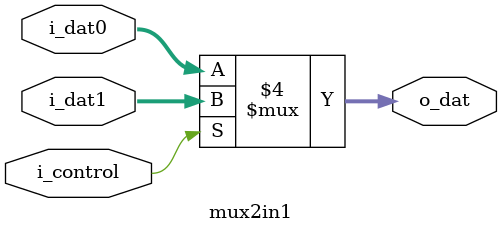
<source format=v>
`timescale 1ns / 1ps

module mux2in1(i_dat0, i_dat1, i_control, o_dat);

	parameter WIDTH = 32;
	input       [WIDTH-1:0]   i_dat0, i_dat1; 
	input                     i_control;
	output reg  [WIDTH-1:0]   o_dat;
	
	always @ (i_dat0, i_dat1, i_control) begin
		if (i_control == 0)
			o_dat = i_dat0;
		else
			o_dat = i_dat1;
	end
  
endmodule

</source>
